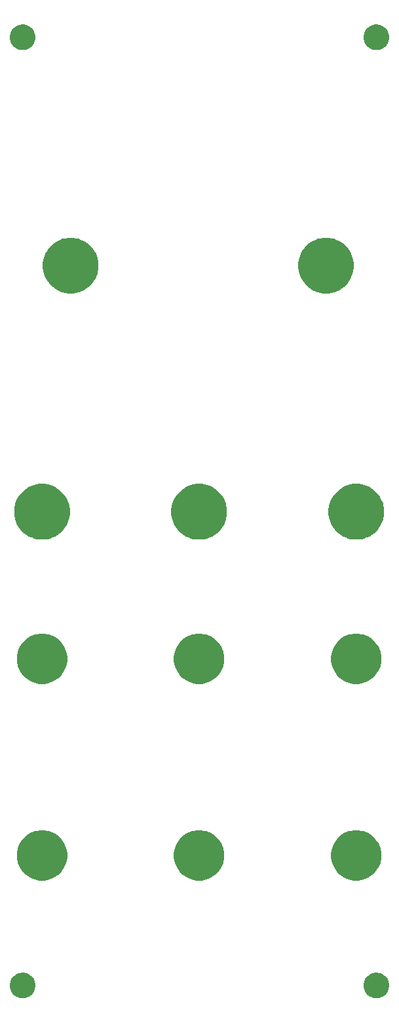
<source format=gbr>
G04 #@! TF.GenerationSoftware,KiCad,Pcbnew,5.1.5-52549c5~84~ubuntu18.04.1*
G04 #@! TF.CreationDate,2020-03-18T19:13:26-04:00*
G04 #@! TF.ProjectId,obg-SVF-panel,6f62672d-5356-4462-9d70-616e656c2e6b,rev?*
G04 #@! TF.SameCoordinates,Original*
G04 #@! TF.FileFunction,Soldermask,Top*
G04 #@! TF.FilePolarity,Negative*
%FSLAX46Y46*%
G04 Gerber Fmt 4.6, Leading zero omitted, Abs format (unit mm)*
G04 Created by KiCad (PCBNEW 5.1.5-52549c5~84~ubuntu18.04.1) date 2020-03-18 19:13:26*
%MOMM*%
%LPD*%
G04 APERTURE LIST*
%ADD10C,0.100000*%
G04 APERTURE END LIST*
D10*
G36*
X187875256Y-163891298D02*
G01*
X187981579Y-163912447D01*
X188282042Y-164036903D01*
X188552451Y-164217585D01*
X188782415Y-164447549D01*
X188963097Y-164717958D01*
X189087553Y-165018421D01*
X189151000Y-165337391D01*
X189151000Y-165662609D01*
X189087553Y-165981579D01*
X188963097Y-166282042D01*
X188782415Y-166552451D01*
X188552451Y-166782415D01*
X188282042Y-166963097D01*
X187981579Y-167087553D01*
X187875256Y-167108702D01*
X187662611Y-167151000D01*
X187337389Y-167151000D01*
X187124744Y-167108702D01*
X187018421Y-167087553D01*
X186717958Y-166963097D01*
X186447549Y-166782415D01*
X186217585Y-166552451D01*
X186036903Y-166282042D01*
X185912447Y-165981579D01*
X185849000Y-165662609D01*
X185849000Y-165337391D01*
X185912447Y-165018421D01*
X186036903Y-164717958D01*
X186217585Y-164447549D01*
X186447549Y-164217585D01*
X186717958Y-164036903D01*
X187018421Y-163912447D01*
X187124744Y-163891298D01*
X187337389Y-163849000D01*
X187662611Y-163849000D01*
X187875256Y-163891298D01*
G37*
G36*
X233575256Y-163891298D02*
G01*
X233681579Y-163912447D01*
X233982042Y-164036903D01*
X234252451Y-164217585D01*
X234482415Y-164447549D01*
X234663097Y-164717958D01*
X234787553Y-165018421D01*
X234851000Y-165337391D01*
X234851000Y-165662609D01*
X234787553Y-165981579D01*
X234663097Y-166282042D01*
X234482415Y-166552451D01*
X234252451Y-166782415D01*
X233982042Y-166963097D01*
X233681579Y-167087553D01*
X233575256Y-167108702D01*
X233362611Y-167151000D01*
X233037389Y-167151000D01*
X232824744Y-167108702D01*
X232718421Y-167087553D01*
X232417958Y-166963097D01*
X232147549Y-166782415D01*
X231917585Y-166552451D01*
X231736903Y-166282042D01*
X231612447Y-165981579D01*
X231549000Y-165662609D01*
X231549000Y-165337391D01*
X231612447Y-165018421D01*
X231736903Y-164717958D01*
X231917585Y-164447549D01*
X232147549Y-164217585D01*
X232417958Y-164036903D01*
X232718421Y-163912447D01*
X232824744Y-163891298D01*
X233037389Y-163849000D01*
X233362611Y-163849000D01*
X233575256Y-163891298D01*
G37*
G36*
X231234239Y-145511467D02*
G01*
X231548282Y-145573934D01*
X232139926Y-145819001D01*
X232672392Y-146174784D01*
X233125216Y-146627608D01*
X233480999Y-147160074D01*
X233726066Y-147751718D01*
X233851000Y-148379804D01*
X233851000Y-149020196D01*
X233726066Y-149648282D01*
X233480999Y-150239926D01*
X233125216Y-150772392D01*
X232672392Y-151225216D01*
X232139926Y-151580999D01*
X231548282Y-151826066D01*
X231234239Y-151888533D01*
X230920197Y-151951000D01*
X230279803Y-151951000D01*
X229965761Y-151888533D01*
X229651718Y-151826066D01*
X229060074Y-151580999D01*
X228527608Y-151225216D01*
X228074784Y-150772392D01*
X227719001Y-150239926D01*
X227473934Y-149648282D01*
X227349000Y-149020196D01*
X227349000Y-148379804D01*
X227473934Y-147751718D01*
X227719001Y-147160074D01*
X228074784Y-146627608D01*
X228527608Y-146174784D01*
X229060074Y-145819001D01*
X229651718Y-145573934D01*
X229965761Y-145511467D01*
X230279803Y-145449000D01*
X230920197Y-145449000D01*
X231234239Y-145511467D01*
G37*
G36*
X210934239Y-145511467D02*
G01*
X211248282Y-145573934D01*
X211839926Y-145819001D01*
X212372392Y-146174784D01*
X212825216Y-146627608D01*
X213180999Y-147160074D01*
X213426066Y-147751718D01*
X213551000Y-148379804D01*
X213551000Y-149020196D01*
X213426066Y-149648282D01*
X213180999Y-150239926D01*
X212825216Y-150772392D01*
X212372392Y-151225216D01*
X211839926Y-151580999D01*
X211248282Y-151826066D01*
X210934239Y-151888533D01*
X210620197Y-151951000D01*
X209979803Y-151951000D01*
X209665761Y-151888533D01*
X209351718Y-151826066D01*
X208760074Y-151580999D01*
X208227608Y-151225216D01*
X207774784Y-150772392D01*
X207419001Y-150239926D01*
X207173934Y-149648282D01*
X207049000Y-149020196D01*
X207049000Y-148379804D01*
X207173934Y-147751718D01*
X207419001Y-147160074D01*
X207774784Y-146627608D01*
X208227608Y-146174784D01*
X208760074Y-145819001D01*
X209351718Y-145573934D01*
X209665761Y-145511467D01*
X209979803Y-145449000D01*
X210620197Y-145449000D01*
X210934239Y-145511467D01*
G37*
G36*
X190634239Y-145511467D02*
G01*
X190948282Y-145573934D01*
X191539926Y-145819001D01*
X192072392Y-146174784D01*
X192525216Y-146627608D01*
X192880999Y-147160074D01*
X193126066Y-147751718D01*
X193251000Y-148379804D01*
X193251000Y-149020196D01*
X193126066Y-149648282D01*
X192880999Y-150239926D01*
X192525216Y-150772392D01*
X192072392Y-151225216D01*
X191539926Y-151580999D01*
X190948282Y-151826066D01*
X190634239Y-151888533D01*
X190320197Y-151951000D01*
X189679803Y-151951000D01*
X189365761Y-151888533D01*
X189051718Y-151826066D01*
X188460074Y-151580999D01*
X187927608Y-151225216D01*
X187474784Y-150772392D01*
X187119001Y-150239926D01*
X186873934Y-149648282D01*
X186749000Y-149020196D01*
X186749000Y-148379804D01*
X186873934Y-147751718D01*
X187119001Y-147160074D01*
X187474784Y-146627608D01*
X187927608Y-146174784D01*
X188460074Y-145819001D01*
X189051718Y-145573934D01*
X189365761Y-145511467D01*
X189679803Y-145449000D01*
X190320197Y-145449000D01*
X190634239Y-145511467D01*
G37*
G36*
X190634239Y-120111467D02*
G01*
X190948282Y-120173934D01*
X191539926Y-120419001D01*
X192072392Y-120774784D01*
X192525216Y-121227608D01*
X192880999Y-121760074D01*
X193126066Y-122351718D01*
X193251000Y-122979804D01*
X193251000Y-123620196D01*
X193126066Y-124248282D01*
X192880999Y-124839926D01*
X192525216Y-125372392D01*
X192072392Y-125825216D01*
X191539926Y-126180999D01*
X190948282Y-126426066D01*
X190634239Y-126488533D01*
X190320197Y-126551000D01*
X189679803Y-126551000D01*
X189365761Y-126488533D01*
X189051718Y-126426066D01*
X188460074Y-126180999D01*
X187927608Y-125825216D01*
X187474784Y-125372392D01*
X187119001Y-124839926D01*
X186873934Y-124248282D01*
X186749000Y-123620196D01*
X186749000Y-122979804D01*
X186873934Y-122351718D01*
X187119001Y-121760074D01*
X187474784Y-121227608D01*
X187927608Y-120774784D01*
X188460074Y-120419001D01*
X189051718Y-120173934D01*
X189365761Y-120111467D01*
X189679803Y-120049000D01*
X190320197Y-120049000D01*
X190634239Y-120111467D01*
G37*
G36*
X210934239Y-120111467D02*
G01*
X211248282Y-120173934D01*
X211839926Y-120419001D01*
X212372392Y-120774784D01*
X212825216Y-121227608D01*
X213180999Y-121760074D01*
X213426066Y-122351718D01*
X213551000Y-122979804D01*
X213551000Y-123620196D01*
X213426066Y-124248282D01*
X213180999Y-124839926D01*
X212825216Y-125372392D01*
X212372392Y-125825216D01*
X211839926Y-126180999D01*
X211248282Y-126426066D01*
X210934239Y-126488533D01*
X210620197Y-126551000D01*
X209979803Y-126551000D01*
X209665761Y-126488533D01*
X209351718Y-126426066D01*
X208760074Y-126180999D01*
X208227608Y-125825216D01*
X207774784Y-125372392D01*
X207419001Y-124839926D01*
X207173934Y-124248282D01*
X207049000Y-123620196D01*
X207049000Y-122979804D01*
X207173934Y-122351718D01*
X207419001Y-121760074D01*
X207774784Y-121227608D01*
X208227608Y-120774784D01*
X208760074Y-120419001D01*
X209351718Y-120173934D01*
X209665761Y-120111467D01*
X209979803Y-120049000D01*
X210620197Y-120049000D01*
X210934239Y-120111467D01*
G37*
G36*
X231234239Y-120111467D02*
G01*
X231548282Y-120173934D01*
X232139926Y-120419001D01*
X232672392Y-120774784D01*
X233125216Y-121227608D01*
X233480999Y-121760074D01*
X233726066Y-122351718D01*
X233851000Y-122979804D01*
X233851000Y-123620196D01*
X233726066Y-124248282D01*
X233480999Y-124839926D01*
X233125216Y-125372392D01*
X232672392Y-125825216D01*
X232139926Y-126180999D01*
X231548282Y-126426066D01*
X231234239Y-126488533D01*
X230920197Y-126551000D01*
X230279803Y-126551000D01*
X229965761Y-126488533D01*
X229651718Y-126426066D01*
X229060074Y-126180999D01*
X228527608Y-125825216D01*
X228074784Y-125372392D01*
X227719001Y-124839926D01*
X227473934Y-124248282D01*
X227349000Y-123620196D01*
X227349000Y-122979804D01*
X227473934Y-122351718D01*
X227719001Y-121760074D01*
X228074784Y-121227608D01*
X228527608Y-120774784D01*
X229060074Y-120419001D01*
X229651718Y-120173934D01*
X229965761Y-120111467D01*
X230279803Y-120049000D01*
X230920197Y-120049000D01*
X231234239Y-120111467D01*
G37*
G36*
X231650373Y-100837384D02*
G01*
X231921823Y-100949822D01*
X232305712Y-101108834D01*
X232305713Y-101108835D01*
X232895504Y-101502920D01*
X233397080Y-102004496D01*
X233660399Y-102398582D01*
X233791166Y-102594288D01*
X234062616Y-103249628D01*
X234201000Y-103945331D01*
X234201000Y-104654669D01*
X234062616Y-105350372D01*
X233791166Y-106005712D01*
X233791165Y-106005713D01*
X233397080Y-106595504D01*
X232895504Y-107097080D01*
X232501418Y-107360399D01*
X232305712Y-107491166D01*
X231921823Y-107650178D01*
X231650373Y-107762616D01*
X231302520Y-107831808D01*
X230954669Y-107901000D01*
X230245331Y-107901000D01*
X229897480Y-107831808D01*
X229549627Y-107762616D01*
X229278177Y-107650178D01*
X228894288Y-107491166D01*
X228698582Y-107360399D01*
X228304496Y-107097080D01*
X227802920Y-106595504D01*
X227408835Y-106005713D01*
X227408834Y-106005712D01*
X227137384Y-105350372D01*
X226999000Y-104654669D01*
X226999000Y-103945331D01*
X227137384Y-103249628D01*
X227408834Y-102594288D01*
X227539601Y-102398582D01*
X227802920Y-102004496D01*
X228304496Y-101502920D01*
X228894287Y-101108835D01*
X228894288Y-101108834D01*
X229278177Y-100949822D01*
X229549627Y-100837384D01*
X230245331Y-100699000D01*
X230954669Y-100699000D01*
X231650373Y-100837384D01*
G37*
G36*
X211350373Y-100837384D02*
G01*
X211621823Y-100949822D01*
X212005712Y-101108834D01*
X212005713Y-101108835D01*
X212595504Y-101502920D01*
X213097080Y-102004496D01*
X213360399Y-102398582D01*
X213491166Y-102594288D01*
X213762616Y-103249628D01*
X213901000Y-103945331D01*
X213901000Y-104654669D01*
X213762616Y-105350372D01*
X213491166Y-106005712D01*
X213491165Y-106005713D01*
X213097080Y-106595504D01*
X212595504Y-107097080D01*
X212201418Y-107360399D01*
X212005712Y-107491166D01*
X211621823Y-107650178D01*
X211350373Y-107762616D01*
X211002520Y-107831808D01*
X210654669Y-107901000D01*
X209945331Y-107901000D01*
X209597480Y-107831808D01*
X209249627Y-107762616D01*
X208978177Y-107650178D01*
X208594288Y-107491166D01*
X208398582Y-107360399D01*
X208004496Y-107097080D01*
X207502920Y-106595504D01*
X207108835Y-106005713D01*
X207108834Y-106005712D01*
X206837384Y-105350372D01*
X206699000Y-104654669D01*
X206699000Y-103945331D01*
X206837384Y-103249628D01*
X207108834Y-102594288D01*
X207239601Y-102398582D01*
X207502920Y-102004496D01*
X208004496Y-101502920D01*
X208594287Y-101108835D01*
X208594288Y-101108834D01*
X208978177Y-100949822D01*
X209249627Y-100837384D01*
X209945331Y-100699000D01*
X210654669Y-100699000D01*
X211350373Y-100837384D01*
G37*
G36*
X191050373Y-100837384D02*
G01*
X191321823Y-100949822D01*
X191705712Y-101108834D01*
X191705713Y-101108835D01*
X192295504Y-101502920D01*
X192797080Y-102004496D01*
X193060399Y-102398582D01*
X193191166Y-102594288D01*
X193462616Y-103249628D01*
X193601000Y-103945331D01*
X193601000Y-104654669D01*
X193462616Y-105350372D01*
X193191166Y-106005712D01*
X193191165Y-106005713D01*
X192797080Y-106595504D01*
X192295504Y-107097080D01*
X191901418Y-107360399D01*
X191705712Y-107491166D01*
X191321823Y-107650178D01*
X191050373Y-107762616D01*
X190702520Y-107831808D01*
X190354669Y-107901000D01*
X189645331Y-107901000D01*
X189297480Y-107831808D01*
X188949627Y-107762616D01*
X188678177Y-107650178D01*
X188294288Y-107491166D01*
X188098582Y-107360399D01*
X187704496Y-107097080D01*
X187202920Y-106595504D01*
X186808835Y-106005713D01*
X186808834Y-106005712D01*
X186537384Y-105350372D01*
X186399000Y-104654669D01*
X186399000Y-103945331D01*
X186537384Y-103249628D01*
X186808834Y-102594288D01*
X186939601Y-102398582D01*
X187202920Y-102004496D01*
X187704496Y-101502920D01*
X188294287Y-101108835D01*
X188294288Y-101108834D01*
X188678177Y-100949822D01*
X188949627Y-100837384D01*
X189645331Y-100699000D01*
X190354669Y-100699000D01*
X191050373Y-100837384D01*
G37*
G36*
X194402520Y-68968192D02*
G01*
X194750373Y-69037384D01*
X195021823Y-69149822D01*
X195405712Y-69308834D01*
X195405713Y-69308835D01*
X195995504Y-69702920D01*
X196497080Y-70204496D01*
X196760399Y-70598582D01*
X196891166Y-70794288D01*
X197162616Y-71449628D01*
X197301000Y-72145331D01*
X197301000Y-72854669D01*
X197162616Y-73550372D01*
X196891166Y-74205712D01*
X196891165Y-74205713D01*
X196497080Y-74795504D01*
X195995504Y-75297080D01*
X195601418Y-75560399D01*
X195405712Y-75691166D01*
X195021823Y-75850178D01*
X194750373Y-75962616D01*
X194054669Y-76101000D01*
X193345331Y-76101000D01*
X192649627Y-75962616D01*
X192378177Y-75850178D01*
X191994288Y-75691166D01*
X191798582Y-75560399D01*
X191404496Y-75297080D01*
X190902920Y-74795504D01*
X190508835Y-74205713D01*
X190508834Y-74205712D01*
X190237384Y-73550372D01*
X190099000Y-72854669D01*
X190099000Y-72145331D01*
X190237384Y-71449628D01*
X190508834Y-70794288D01*
X190639601Y-70598582D01*
X190902920Y-70204496D01*
X191404496Y-69702920D01*
X191994287Y-69308835D01*
X191994288Y-69308834D01*
X192378177Y-69149822D01*
X192649627Y-69037384D01*
X192997480Y-68968192D01*
X193345331Y-68899000D01*
X194054669Y-68899000D01*
X194402520Y-68968192D01*
G37*
G36*
X227402520Y-68968192D02*
G01*
X227750373Y-69037384D01*
X228021823Y-69149822D01*
X228405712Y-69308834D01*
X228405713Y-69308835D01*
X228995504Y-69702920D01*
X229497080Y-70204496D01*
X229760399Y-70598582D01*
X229891166Y-70794288D01*
X230162616Y-71449628D01*
X230301000Y-72145331D01*
X230301000Y-72854669D01*
X230162616Y-73550372D01*
X229891166Y-74205712D01*
X229891165Y-74205713D01*
X229497080Y-74795504D01*
X228995504Y-75297080D01*
X228601418Y-75560399D01*
X228405712Y-75691166D01*
X228021823Y-75850178D01*
X227750373Y-75962616D01*
X227054669Y-76101000D01*
X226345331Y-76101000D01*
X225649627Y-75962616D01*
X225378177Y-75850178D01*
X224994288Y-75691166D01*
X224798582Y-75560399D01*
X224404496Y-75297080D01*
X223902920Y-74795504D01*
X223508835Y-74205713D01*
X223508834Y-74205712D01*
X223237384Y-73550372D01*
X223099000Y-72854669D01*
X223099000Y-72145331D01*
X223237384Y-71449628D01*
X223508834Y-70794288D01*
X223639601Y-70598582D01*
X223902920Y-70204496D01*
X224404496Y-69702920D01*
X224994287Y-69308835D01*
X224994288Y-69308834D01*
X225378177Y-69149822D01*
X225649627Y-69037384D01*
X225997480Y-68968192D01*
X226345331Y-68899000D01*
X227054669Y-68899000D01*
X227402520Y-68968192D01*
G37*
G36*
X233575256Y-41391298D02*
G01*
X233681579Y-41412447D01*
X233982042Y-41536903D01*
X234252451Y-41717585D01*
X234482415Y-41947549D01*
X234663097Y-42217958D01*
X234787553Y-42518421D01*
X234851000Y-42837391D01*
X234851000Y-43162609D01*
X234787553Y-43481579D01*
X234663097Y-43782042D01*
X234482415Y-44052451D01*
X234252451Y-44282415D01*
X233982042Y-44463097D01*
X233681579Y-44587553D01*
X233575256Y-44608702D01*
X233362611Y-44651000D01*
X233037389Y-44651000D01*
X232824744Y-44608702D01*
X232718421Y-44587553D01*
X232417958Y-44463097D01*
X232147549Y-44282415D01*
X231917585Y-44052451D01*
X231736903Y-43782042D01*
X231612447Y-43481579D01*
X231549000Y-43162609D01*
X231549000Y-42837391D01*
X231612447Y-42518421D01*
X231736903Y-42217958D01*
X231917585Y-41947549D01*
X232147549Y-41717585D01*
X232417958Y-41536903D01*
X232718421Y-41412447D01*
X232824744Y-41391298D01*
X233037389Y-41349000D01*
X233362611Y-41349000D01*
X233575256Y-41391298D01*
G37*
G36*
X187875256Y-41391298D02*
G01*
X187981579Y-41412447D01*
X188282042Y-41536903D01*
X188552451Y-41717585D01*
X188782415Y-41947549D01*
X188963097Y-42217958D01*
X189087553Y-42518421D01*
X189151000Y-42837391D01*
X189151000Y-43162609D01*
X189087553Y-43481579D01*
X188963097Y-43782042D01*
X188782415Y-44052451D01*
X188552451Y-44282415D01*
X188282042Y-44463097D01*
X187981579Y-44587553D01*
X187875256Y-44608702D01*
X187662611Y-44651000D01*
X187337389Y-44651000D01*
X187124744Y-44608702D01*
X187018421Y-44587553D01*
X186717958Y-44463097D01*
X186447549Y-44282415D01*
X186217585Y-44052451D01*
X186036903Y-43782042D01*
X185912447Y-43481579D01*
X185849000Y-43162609D01*
X185849000Y-42837391D01*
X185912447Y-42518421D01*
X186036903Y-42217958D01*
X186217585Y-41947549D01*
X186447549Y-41717585D01*
X186717958Y-41536903D01*
X187018421Y-41412447D01*
X187124744Y-41391298D01*
X187337389Y-41349000D01*
X187662611Y-41349000D01*
X187875256Y-41391298D01*
G37*
M02*

</source>
